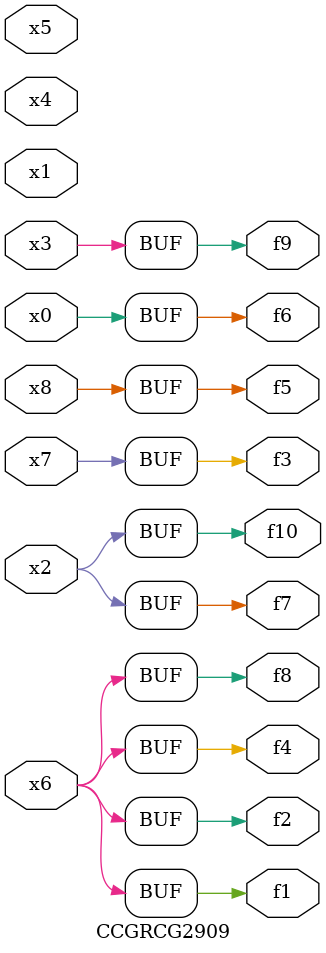
<source format=v>
module CCGRCG2909(
	input x0, x1, x2, x3, x4, x5, x6, x7, x8,
	output f1, f2, f3, f4, f5, f6, f7, f8, f9, f10
);
	assign f1 = x6;
	assign f2 = x6;
	assign f3 = x7;
	assign f4 = x6;
	assign f5 = x8;
	assign f6 = x0;
	assign f7 = x2;
	assign f8 = x6;
	assign f9 = x3;
	assign f10 = x2;
endmodule

</source>
